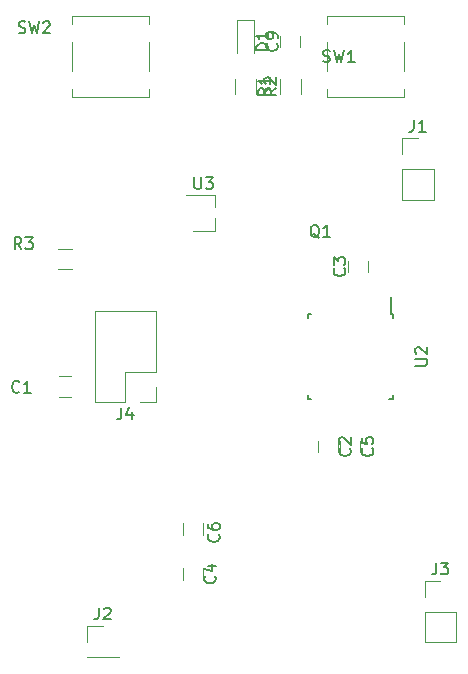
<source format=gbr>
G04 #@! TF.FileFunction,Legend,Top*
%FSLAX46Y46*%
G04 Gerber Fmt 4.6, Leading zero omitted, Abs format (unit mm)*
G04 Created by KiCad (PCBNEW 4.0.7-e2-6376~58~ubuntu14.04.1) date Sat Jan 13 14:54:45 2018*
%MOMM*%
%LPD*%
G01*
G04 APERTURE LIST*
%ADD10C,0.100000*%
%ADD11C,0.120000*%
%ADD12C,0.150000*%
G04 APERTURE END LIST*
D10*
D11*
X109990000Y-103720000D02*
X110990000Y-103720000D01*
X110990000Y-102020000D02*
X109990000Y-102020000D01*
X133565000Y-108450000D02*
X133565000Y-107450000D01*
X131865000Y-107450000D02*
X131865000Y-108450000D01*
X134405000Y-92210000D02*
X134405000Y-93210000D01*
X136105000Y-93210000D02*
X136105000Y-92210000D01*
X122135000Y-119245000D02*
X122135000Y-118245000D01*
X120435000Y-118245000D02*
X120435000Y-119245000D01*
X135470000Y-108450000D02*
X135470000Y-107450000D01*
X133770000Y-107450000D02*
X133770000Y-108450000D01*
X120435000Y-114435000D02*
X120435000Y-115435000D01*
X122135000Y-115435000D02*
X122135000Y-114435000D01*
X128690000Y-73160000D02*
X128690000Y-74160000D01*
X130390000Y-74160000D02*
X130390000Y-73160000D01*
X126430000Y-71860000D02*
X125030000Y-71860000D01*
X125030000Y-71860000D02*
X125030000Y-74660000D01*
X126430000Y-71860000D02*
X126430000Y-74660000D01*
X139005000Y-87055000D02*
X141665000Y-87055000D01*
X139005000Y-84455000D02*
X139005000Y-87055000D01*
X141665000Y-84455000D02*
X141665000Y-87055000D01*
X139005000Y-84455000D02*
X141665000Y-84455000D01*
X139005000Y-83185000D02*
X139005000Y-81855000D01*
X139005000Y-81855000D02*
X140335000Y-81855000D01*
X112335000Y-125790000D02*
X114995000Y-125790000D01*
X112335000Y-125730000D02*
X112335000Y-125790000D01*
X114995000Y-125730000D02*
X114995000Y-125790000D01*
X112335000Y-125730000D02*
X114995000Y-125730000D01*
X112335000Y-124460000D02*
X112335000Y-123130000D01*
X112335000Y-123130000D02*
X113665000Y-123130000D01*
X140910000Y-124520000D02*
X143570000Y-124520000D01*
X140910000Y-121920000D02*
X140910000Y-124520000D01*
X143570000Y-121920000D02*
X143570000Y-124520000D01*
X140910000Y-121920000D02*
X143570000Y-121920000D01*
X140910000Y-120650000D02*
X140910000Y-119320000D01*
X140910000Y-119320000D02*
X142240000Y-119320000D01*
X118170000Y-96460000D02*
X112970000Y-96460000D01*
X118170000Y-101600000D02*
X118170000Y-96460000D01*
X112970000Y-104200000D02*
X112970000Y-96460000D01*
X118170000Y-101600000D02*
X115570000Y-101600000D01*
X115570000Y-101600000D02*
X115570000Y-104200000D01*
X115570000Y-104200000D02*
X112970000Y-104200000D01*
X118170000Y-102870000D02*
X118170000Y-104200000D01*
X118170000Y-104200000D02*
X116840000Y-104200000D01*
X124850000Y-78070000D02*
X124850000Y-76870000D01*
X126610000Y-76870000D02*
X126610000Y-78070000D01*
X130420000Y-76870000D02*
X130420000Y-78070000D01*
X128660000Y-78070000D02*
X128660000Y-76870000D01*
X111090000Y-92955000D02*
X109890000Y-92955000D01*
X109890000Y-91195000D02*
X111090000Y-91195000D01*
D12*
X138245000Y-96705000D02*
X138020000Y-96705000D01*
X138245000Y-103955000D02*
X137920000Y-103955000D01*
X130995000Y-103955000D02*
X131320000Y-103955000D01*
X130995000Y-96705000D02*
X131320000Y-96705000D01*
X138245000Y-96705000D02*
X138245000Y-97030000D01*
X130995000Y-96705000D02*
X130995000Y-97030000D01*
X130995000Y-103955000D02*
X130995000Y-103630000D01*
X138245000Y-103955000D02*
X138245000Y-103630000D01*
X138020000Y-96705000D02*
X138020000Y-95280000D01*
D11*
X123124000Y-88638000D02*
X123124000Y-89688000D01*
X123124000Y-89688000D02*
X121274000Y-89688000D01*
X123124000Y-86638000D02*
X123124000Y-87638000D01*
X123104000Y-86628000D02*
X120674000Y-86628000D01*
X139140000Y-77680000D02*
X139140000Y-78330000D01*
X139140000Y-78330000D02*
X132640000Y-78330000D01*
X132640000Y-78330000D02*
X132640000Y-77680000D01*
X139140000Y-72180000D02*
X139140000Y-71530000D01*
X139140000Y-71530000D02*
X132640000Y-71530000D01*
X132640000Y-71530000D02*
X132640000Y-72180000D01*
X139140000Y-73680000D02*
X139140000Y-76180000D01*
X132640000Y-73680000D02*
X132640000Y-76180000D01*
X117550000Y-77680000D02*
X117550000Y-78330000D01*
X117550000Y-78330000D02*
X111050000Y-78330000D01*
X111050000Y-78330000D02*
X111050000Y-77680000D01*
X117550000Y-72180000D02*
X117550000Y-71530000D01*
X117550000Y-71530000D02*
X111050000Y-71530000D01*
X111050000Y-71530000D02*
X111050000Y-72180000D01*
X117550000Y-73680000D02*
X117550000Y-76180000D01*
X111050000Y-73680000D02*
X111050000Y-76180000D01*
D12*
X106594614Y-103298263D02*
X106546995Y-103345882D01*
X106404138Y-103393501D01*
X106308900Y-103393501D01*
X106166042Y-103345882D01*
X106070804Y-103250644D01*
X106023185Y-103155406D01*
X105975566Y-102964930D01*
X105975566Y-102822072D01*
X106023185Y-102631596D01*
X106070804Y-102536358D01*
X106166042Y-102441120D01*
X106308900Y-102393501D01*
X106404138Y-102393501D01*
X106546995Y-102441120D01*
X106594614Y-102488739D01*
X107546995Y-103393501D02*
X106975566Y-103393501D01*
X107261280Y-103393501D02*
X107261280Y-102393501D01*
X107166042Y-102536358D01*
X107070804Y-102631596D01*
X106975566Y-102679215D01*
X134572143Y-108116666D02*
X134619762Y-108164285D01*
X134667381Y-108307142D01*
X134667381Y-108402380D01*
X134619762Y-108545238D01*
X134524524Y-108640476D01*
X134429286Y-108688095D01*
X134238810Y-108735714D01*
X134095952Y-108735714D01*
X133905476Y-108688095D01*
X133810238Y-108640476D01*
X133715000Y-108545238D01*
X133667381Y-108402380D01*
X133667381Y-108307142D01*
X133715000Y-108164285D01*
X133762619Y-108116666D01*
X133762619Y-107735714D02*
X133715000Y-107688095D01*
X133667381Y-107592857D01*
X133667381Y-107354761D01*
X133715000Y-107259523D01*
X133762619Y-107211904D01*
X133857857Y-107164285D01*
X133953095Y-107164285D01*
X134095952Y-107211904D01*
X134667381Y-107783333D01*
X134667381Y-107164285D01*
X134112143Y-92876666D02*
X134159762Y-92924285D01*
X134207381Y-93067142D01*
X134207381Y-93162380D01*
X134159762Y-93305238D01*
X134064524Y-93400476D01*
X133969286Y-93448095D01*
X133778810Y-93495714D01*
X133635952Y-93495714D01*
X133445476Y-93448095D01*
X133350238Y-93400476D01*
X133255000Y-93305238D01*
X133207381Y-93162380D01*
X133207381Y-93067142D01*
X133255000Y-92924285D01*
X133302619Y-92876666D01*
X133207381Y-92543333D02*
X133207381Y-91924285D01*
X133588333Y-92257619D01*
X133588333Y-92114761D01*
X133635952Y-92019523D01*
X133683571Y-91971904D01*
X133778810Y-91924285D01*
X134016905Y-91924285D01*
X134112143Y-91971904D01*
X134159762Y-92019523D01*
X134207381Y-92114761D01*
X134207381Y-92400476D01*
X134159762Y-92495714D01*
X134112143Y-92543333D01*
X123142143Y-118911666D02*
X123189762Y-118959285D01*
X123237381Y-119102142D01*
X123237381Y-119197380D01*
X123189762Y-119340238D01*
X123094524Y-119435476D01*
X122999286Y-119483095D01*
X122808810Y-119530714D01*
X122665952Y-119530714D01*
X122475476Y-119483095D01*
X122380238Y-119435476D01*
X122285000Y-119340238D01*
X122237381Y-119197380D01*
X122237381Y-119102142D01*
X122285000Y-118959285D01*
X122332619Y-118911666D01*
X122570714Y-118054523D02*
X123237381Y-118054523D01*
X122189762Y-118292619D02*
X122904048Y-118530714D01*
X122904048Y-117911666D01*
X136477143Y-108116666D02*
X136524762Y-108164285D01*
X136572381Y-108307142D01*
X136572381Y-108402380D01*
X136524762Y-108545238D01*
X136429524Y-108640476D01*
X136334286Y-108688095D01*
X136143810Y-108735714D01*
X136000952Y-108735714D01*
X135810476Y-108688095D01*
X135715238Y-108640476D01*
X135620000Y-108545238D01*
X135572381Y-108402380D01*
X135572381Y-108307142D01*
X135620000Y-108164285D01*
X135667619Y-108116666D01*
X135572381Y-107211904D02*
X135572381Y-107688095D01*
X136048571Y-107735714D01*
X136000952Y-107688095D01*
X135953333Y-107592857D01*
X135953333Y-107354761D01*
X136000952Y-107259523D01*
X136048571Y-107211904D01*
X136143810Y-107164285D01*
X136381905Y-107164285D01*
X136477143Y-107211904D01*
X136524762Y-107259523D01*
X136572381Y-107354761D01*
X136572381Y-107592857D01*
X136524762Y-107688095D01*
X136477143Y-107735714D01*
X123460783Y-115391226D02*
X123508402Y-115438845D01*
X123556021Y-115581702D01*
X123556021Y-115676940D01*
X123508402Y-115819798D01*
X123413164Y-115915036D01*
X123317926Y-115962655D01*
X123127450Y-116010274D01*
X122984592Y-116010274D01*
X122794116Y-115962655D01*
X122698878Y-115915036D01*
X122603640Y-115819798D01*
X122556021Y-115676940D01*
X122556021Y-115581702D01*
X122603640Y-115438845D01*
X122651259Y-115391226D01*
X122556021Y-114534083D02*
X122556021Y-114724560D01*
X122603640Y-114819798D01*
X122651259Y-114867417D01*
X122794116Y-114962655D01*
X122984592Y-115010274D01*
X123365545Y-115010274D01*
X123460783Y-114962655D01*
X123508402Y-114915036D01*
X123556021Y-114819798D01*
X123556021Y-114629321D01*
X123508402Y-114534083D01*
X123460783Y-114486464D01*
X123365545Y-114438845D01*
X123127450Y-114438845D01*
X123032211Y-114486464D01*
X122984592Y-114534083D01*
X122936973Y-114629321D01*
X122936973Y-114819798D01*
X122984592Y-114915036D01*
X123032211Y-114962655D01*
X123127450Y-115010274D01*
X128397143Y-73826666D02*
X128444762Y-73874285D01*
X128492381Y-74017142D01*
X128492381Y-74112380D01*
X128444762Y-74255238D01*
X128349524Y-74350476D01*
X128254286Y-74398095D01*
X128063810Y-74445714D01*
X127920952Y-74445714D01*
X127730476Y-74398095D01*
X127635238Y-74350476D01*
X127540000Y-74255238D01*
X127492381Y-74112380D01*
X127492381Y-74017142D01*
X127540000Y-73874285D01*
X127587619Y-73826666D01*
X128492381Y-73350476D02*
X128492381Y-73160000D01*
X128444762Y-73064761D01*
X128397143Y-73017142D01*
X128254286Y-72921904D01*
X128063810Y-72874285D01*
X127682857Y-72874285D01*
X127587619Y-72921904D01*
X127540000Y-72969523D01*
X127492381Y-73064761D01*
X127492381Y-73255238D01*
X127540000Y-73350476D01*
X127587619Y-73398095D01*
X127682857Y-73445714D01*
X127920952Y-73445714D01*
X128016190Y-73398095D01*
X128063810Y-73350476D01*
X128111429Y-73255238D01*
X128111429Y-73064761D01*
X128063810Y-72969523D01*
X128016190Y-72921904D01*
X127920952Y-72874285D01*
X127632381Y-74398095D02*
X126632381Y-74398095D01*
X126632381Y-74160000D01*
X126680000Y-74017142D01*
X126775238Y-73921904D01*
X126870476Y-73874285D01*
X127060952Y-73826666D01*
X127203810Y-73826666D01*
X127394286Y-73874285D01*
X127489524Y-73921904D01*
X127584762Y-74017142D01*
X127632381Y-74160000D01*
X127632381Y-74398095D01*
X127632381Y-72874285D02*
X127632381Y-73445714D01*
X127632381Y-73160000D02*
X126632381Y-73160000D01*
X126775238Y-73255238D01*
X126870476Y-73350476D01*
X126918095Y-73445714D01*
X140001667Y-80307381D02*
X140001667Y-81021667D01*
X139954047Y-81164524D01*
X139858809Y-81259762D01*
X139715952Y-81307381D01*
X139620714Y-81307381D01*
X141001667Y-81307381D02*
X140430238Y-81307381D01*
X140715952Y-81307381D02*
X140715952Y-80307381D01*
X140620714Y-80450238D01*
X140525476Y-80545476D01*
X140430238Y-80593095D01*
X113331667Y-121582381D02*
X113331667Y-122296667D01*
X113284047Y-122439524D01*
X113188809Y-122534762D01*
X113045952Y-122582381D01*
X112950714Y-122582381D01*
X113760238Y-121677619D02*
X113807857Y-121630000D01*
X113903095Y-121582381D01*
X114141191Y-121582381D01*
X114236429Y-121630000D01*
X114284048Y-121677619D01*
X114331667Y-121772857D01*
X114331667Y-121868095D01*
X114284048Y-122010952D01*
X113712619Y-122582381D01*
X114331667Y-122582381D01*
X141906667Y-117772381D02*
X141906667Y-118486667D01*
X141859047Y-118629524D01*
X141763809Y-118724762D01*
X141620952Y-118772381D01*
X141525714Y-118772381D01*
X142287619Y-117772381D02*
X142906667Y-117772381D01*
X142573333Y-118153333D01*
X142716191Y-118153333D01*
X142811429Y-118200952D01*
X142859048Y-118248571D01*
X142906667Y-118343810D01*
X142906667Y-118581905D01*
X142859048Y-118677143D01*
X142811429Y-118724762D01*
X142716191Y-118772381D01*
X142430476Y-118772381D01*
X142335238Y-118724762D01*
X142287619Y-118677143D01*
X115236667Y-104652381D02*
X115236667Y-105366667D01*
X115189047Y-105509524D01*
X115093809Y-105604762D01*
X114950952Y-105652381D01*
X114855714Y-105652381D01*
X116141429Y-104985714D02*
X116141429Y-105652381D01*
X115903333Y-104604762D02*
X115665238Y-105319048D01*
X116284286Y-105319048D01*
X127832381Y-77636666D02*
X127356190Y-77970000D01*
X127832381Y-78208095D02*
X126832381Y-78208095D01*
X126832381Y-77827142D01*
X126880000Y-77731904D01*
X126927619Y-77684285D01*
X127022857Y-77636666D01*
X127165714Y-77636666D01*
X127260952Y-77684285D01*
X127308571Y-77731904D01*
X127356190Y-77827142D01*
X127356190Y-78208095D01*
X127832381Y-76684285D02*
X127832381Y-77255714D01*
X127832381Y-76970000D02*
X126832381Y-76970000D01*
X126975238Y-77065238D01*
X127070476Y-77160476D01*
X127118095Y-77255714D01*
X128342381Y-77636666D02*
X127866190Y-77970000D01*
X128342381Y-78208095D02*
X127342381Y-78208095D01*
X127342381Y-77827142D01*
X127390000Y-77731904D01*
X127437619Y-77684285D01*
X127532857Y-77636666D01*
X127675714Y-77636666D01*
X127770952Y-77684285D01*
X127818571Y-77731904D01*
X127866190Y-77827142D01*
X127866190Y-78208095D01*
X127437619Y-77255714D02*
X127390000Y-77208095D01*
X127342381Y-77112857D01*
X127342381Y-76874761D01*
X127390000Y-76779523D01*
X127437619Y-76731904D01*
X127532857Y-76684285D01*
X127628095Y-76684285D01*
X127770952Y-76731904D01*
X128342381Y-77303333D01*
X128342381Y-76684285D01*
X106772414Y-91242141D02*
X106439080Y-90765950D01*
X106200985Y-91242141D02*
X106200985Y-90242141D01*
X106581938Y-90242141D01*
X106677176Y-90289760D01*
X106724795Y-90337379D01*
X106772414Y-90432617D01*
X106772414Y-90575474D01*
X106724795Y-90670712D01*
X106677176Y-90718331D01*
X106581938Y-90765950D01*
X106200985Y-90765950D01*
X107105747Y-90242141D02*
X107724795Y-90242141D01*
X107391461Y-90623093D01*
X107534319Y-90623093D01*
X107629557Y-90670712D01*
X107677176Y-90718331D01*
X107724795Y-90813570D01*
X107724795Y-91051665D01*
X107677176Y-91146903D01*
X107629557Y-91194522D01*
X107534319Y-91242141D01*
X107248604Y-91242141D01*
X107153366Y-91194522D01*
X107105747Y-91146903D01*
X140122381Y-101091905D02*
X140931905Y-101091905D01*
X141027143Y-101044286D01*
X141074762Y-100996667D01*
X141122381Y-100901429D01*
X141122381Y-100710952D01*
X141074762Y-100615714D01*
X141027143Y-100568095D01*
X140931905Y-100520476D01*
X140122381Y-100520476D01*
X140217619Y-100091905D02*
X140170000Y-100044286D01*
X140122381Y-99949048D01*
X140122381Y-99710952D01*
X140170000Y-99615714D01*
X140217619Y-99568095D01*
X140312857Y-99520476D01*
X140408095Y-99520476D01*
X140550952Y-99568095D01*
X141122381Y-100139524D01*
X141122381Y-99520476D01*
X121412095Y-85140381D02*
X121412095Y-85949905D01*
X121459714Y-86045143D01*
X121507333Y-86092762D01*
X121602571Y-86140381D01*
X121793048Y-86140381D01*
X121888286Y-86092762D01*
X121935905Y-86045143D01*
X121983524Y-85949905D01*
X121983524Y-85140381D01*
X122364476Y-85140381D02*
X122983524Y-85140381D01*
X122650190Y-85521333D01*
X122793048Y-85521333D01*
X122888286Y-85568952D01*
X122935905Y-85616571D01*
X122983524Y-85711810D01*
X122983524Y-85949905D01*
X122935905Y-86045143D01*
X122888286Y-86092762D01*
X122793048Y-86140381D01*
X122507333Y-86140381D01*
X122412095Y-86092762D01*
X122364476Y-86045143D01*
X132321467Y-75347462D02*
X132464324Y-75395081D01*
X132702420Y-75395081D01*
X132797658Y-75347462D01*
X132845277Y-75299843D01*
X132892896Y-75204605D01*
X132892896Y-75109367D01*
X132845277Y-75014129D01*
X132797658Y-74966510D01*
X132702420Y-74918890D01*
X132511943Y-74871271D01*
X132416705Y-74823652D01*
X132369086Y-74776033D01*
X132321467Y-74680795D01*
X132321467Y-74585557D01*
X132369086Y-74490319D01*
X132416705Y-74442700D01*
X132511943Y-74395081D01*
X132750039Y-74395081D01*
X132892896Y-74442700D01*
X133226229Y-74395081D02*
X133464324Y-75395081D01*
X133654801Y-74680795D01*
X133845277Y-75395081D01*
X134083372Y-74395081D01*
X134988134Y-75395081D02*
X134416705Y-75395081D01*
X134702419Y-75395081D02*
X134702419Y-74395081D01*
X134607181Y-74537938D01*
X134511943Y-74633176D01*
X134416705Y-74680795D01*
X106527767Y-72909062D02*
X106670624Y-72956681D01*
X106908720Y-72956681D01*
X107003958Y-72909062D01*
X107051577Y-72861443D01*
X107099196Y-72766205D01*
X107099196Y-72670967D01*
X107051577Y-72575729D01*
X107003958Y-72528110D01*
X106908720Y-72480490D01*
X106718243Y-72432871D01*
X106623005Y-72385252D01*
X106575386Y-72337633D01*
X106527767Y-72242395D01*
X106527767Y-72147157D01*
X106575386Y-72051919D01*
X106623005Y-72004300D01*
X106718243Y-71956681D01*
X106956339Y-71956681D01*
X107099196Y-72004300D01*
X107432529Y-71956681D02*
X107670624Y-72956681D01*
X107861101Y-72242395D01*
X108051577Y-72956681D01*
X108289672Y-71956681D01*
X108623005Y-72051919D02*
X108670624Y-72004300D01*
X108765862Y-71956681D01*
X109003958Y-71956681D01*
X109099196Y-72004300D01*
X109146815Y-72051919D01*
X109194434Y-72147157D01*
X109194434Y-72242395D01*
X109146815Y-72385252D01*
X108575386Y-72956681D01*
X109194434Y-72956681D01*
X131984762Y-90287619D02*
X131889524Y-90240000D01*
X131794286Y-90144762D01*
X131651429Y-90001905D01*
X131556190Y-89954286D01*
X131460952Y-89954286D01*
X131508571Y-90192381D02*
X131413333Y-90144762D01*
X131318095Y-90049524D01*
X131270476Y-89859048D01*
X131270476Y-89525714D01*
X131318095Y-89335238D01*
X131413333Y-89240000D01*
X131508571Y-89192381D01*
X131699048Y-89192381D01*
X131794286Y-89240000D01*
X131889524Y-89335238D01*
X131937143Y-89525714D01*
X131937143Y-89859048D01*
X131889524Y-90049524D01*
X131794286Y-90144762D01*
X131699048Y-90192381D01*
X131508571Y-90192381D01*
X132889524Y-90192381D02*
X132318095Y-90192381D01*
X132603809Y-90192381D02*
X132603809Y-89192381D01*
X132508571Y-89335238D01*
X132413333Y-89430476D01*
X132318095Y-89478095D01*
M02*

</source>
